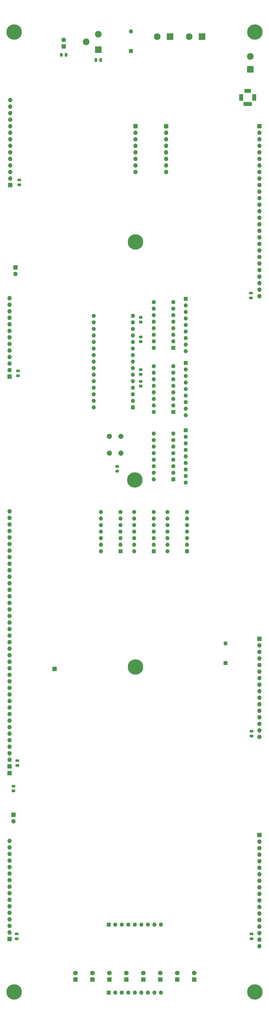
<source format=gbr>
%TF.GenerationSoftware,KiCad,Pcbnew,(5.1.10-1-10_14)*%
%TF.CreationDate,2021-07-31T10:33:50-04:00*%
%TF.ProjectId,bus,6275732e-6b69-4636-9164-5f7063625858,rev?*%
%TF.SameCoordinates,Original*%
%TF.FileFunction,Soldermask,Top*%
%TF.FilePolarity,Negative*%
%FSLAX46Y46*%
G04 Gerber Fmt 4.6, Leading zero omitted, Abs format (unit mm)*
G04 Created by KiCad (PCBNEW (5.1.10-1-10_14)) date 2021-07-31 10:33:50*
%MOMM*%
%LPD*%
G01*
G04 APERTURE LIST*
%ADD10O,1.700000X1.700000*%
%ADD11R,1.700000X1.700000*%
%ADD12O,1.600000X1.600000*%
%ADD13R,1.600000X1.600000*%
%ADD14C,2.000000*%
%ADD15R,2.600000X1.500000*%
%ADD16R,3.300000X1.600000*%
%ADD17R,1.500000X2.600000*%
%ADD18C,0.800000*%
%ADD19C,6.000000*%
%ADD20R,2.600000X2.600000*%
%ADD21C,2.600000*%
%ADD22C,1.800000*%
%ADD23R,1.800000X1.800000*%
G04 APERTURE END LIST*
D10*
%TO.C,J4*%
X192024000Y-762000D03*
X192024000Y1778000D03*
X192024000Y4318000D03*
X192024000Y6858000D03*
X192024000Y9398000D03*
X192024000Y11938000D03*
X192024000Y14478000D03*
X192024000Y17018000D03*
X192024000Y19558000D03*
X192024000Y22098000D03*
X192024000Y24638000D03*
X192024000Y27178000D03*
X192024000Y29718000D03*
X192024000Y32258000D03*
X192024000Y34798000D03*
X192024000Y37338000D03*
X192024000Y39878000D03*
X192024000Y42418000D03*
X192024000Y44958000D03*
X192024000Y47498000D03*
X192024000Y50038000D03*
X192024000Y52578000D03*
X192024000Y55118000D03*
X192024000Y57658000D03*
X192024000Y60198000D03*
X192024000Y62738000D03*
D11*
X192024000Y65278000D03*
%TD*%
%TO.C,R6*%
G36*
G01*
X146246001Y-17126000D02*
X145345999Y-17126000D01*
G75*
G02*
X145096000Y-16876001I0J249999D01*
G01*
X145096000Y-16350999D01*
G75*
G02*
X145345999Y-16101000I249999J0D01*
G01*
X146246001Y-16101000D01*
G75*
G02*
X146496000Y-16350999I0J-249999D01*
G01*
X146496000Y-16876001D01*
G75*
G02*
X146246001Y-17126000I-249999J0D01*
G01*
G37*
G36*
G01*
X146246001Y-18951000D02*
X145345999Y-18951000D01*
G75*
G02*
X145096000Y-18701001I0J249999D01*
G01*
X145096000Y-18175999D01*
G75*
G02*
X145345999Y-17926000I249999J0D01*
G01*
X146246001Y-17926000D01*
G75*
G02*
X146496000Y-18175999I0J-249999D01*
G01*
X146496000Y-18701001D01*
G75*
G02*
X146246001Y-18951000I-249999J0D01*
G01*
G37*
%TD*%
D12*
%TO.C,U6*%
X150876000Y-20828000D03*
X158496000Y-3048000D03*
X150876000Y-18288000D03*
X158496000Y-5588000D03*
X150876000Y-15748000D03*
X158496000Y-8128000D03*
X150876000Y-13208000D03*
X158496000Y-10668000D03*
X150876000Y-10668000D03*
X158496000Y-13208000D03*
X150876000Y-8128000D03*
X158496000Y-15748000D03*
X150876000Y-5588000D03*
X158496000Y-18288000D03*
X150876000Y-3048000D03*
D13*
X158496000Y-20828000D03*
%TD*%
D12*
%TO.C,U5*%
X150876000Y-45720000D03*
X158496000Y-27940000D03*
X150876000Y-43180000D03*
X158496000Y-30480000D03*
X150876000Y-40640000D03*
X158496000Y-33020000D03*
X150876000Y-38100000D03*
X158496000Y-35560000D03*
X150876000Y-35560000D03*
X158496000Y-38100000D03*
X150876000Y-33020000D03*
X158496000Y-40640000D03*
X150876000Y-30480000D03*
X158496000Y-43180000D03*
X150876000Y-27940000D03*
D13*
X158496000Y-45720000D03*
%TD*%
D12*
%TO.C,U1*%
X156210000Y-99822000D03*
X163830000Y-84582000D03*
X156210000Y-97282000D03*
X163830000Y-87122000D03*
X156210000Y-94742000D03*
X163830000Y-89662000D03*
X156210000Y-92202000D03*
X163830000Y-92202000D03*
X156210000Y-89662000D03*
X163830000Y-94742000D03*
X156210000Y-87122000D03*
X163830000Y-97282000D03*
X156210000Y-84582000D03*
D13*
X163830000Y-99822000D03*
%TD*%
D12*
%TO.C,RN5*%
X163322000Y-22098000D03*
X163322000Y-19558000D03*
X163322000Y-17018000D03*
X163322000Y-14478000D03*
X163322000Y-11938000D03*
X163322000Y-9398000D03*
X163322000Y-6858000D03*
X163322000Y-4318000D03*
D13*
X163322000Y-1778000D03*
%TD*%
D12*
%TO.C,RN4*%
X163322000Y-46990000D03*
X163322000Y-44450000D03*
X163322000Y-41910000D03*
X163322000Y-39370000D03*
X163322000Y-36830000D03*
X163322000Y-34290000D03*
X163322000Y-31750000D03*
X163322000Y-29210000D03*
D13*
X163322000Y-26670000D03*
%TD*%
D12*
%TO.C,RN3*%
X163322000Y-73152000D03*
X163322000Y-70612000D03*
X163322000Y-68072000D03*
X163322000Y-65532000D03*
X163322000Y-62992000D03*
X163322000Y-60452000D03*
X163322000Y-57912000D03*
X163322000Y-55372000D03*
D13*
X163322000Y-52832000D03*
%TD*%
D10*
%TO.C,J10*%
X192024000Y-253238000D03*
X192024000Y-250698000D03*
X192024000Y-248158000D03*
X192024000Y-245618000D03*
X192024000Y-243078000D03*
X192024000Y-240538000D03*
X192024000Y-237998000D03*
X192024000Y-235458000D03*
X192024000Y-232918000D03*
X192024000Y-230378000D03*
X192024000Y-227838000D03*
X192024000Y-225298000D03*
X192024000Y-222758000D03*
X192024000Y-220218000D03*
X192024000Y-217678000D03*
X192024000Y-215138000D03*
X192024000Y-212598000D03*
D11*
X192024000Y-210058000D03*
%TD*%
D10*
%TO.C,J19*%
X143764000Y47498000D03*
X143764000Y50038000D03*
X143764000Y52578000D03*
X143764000Y55118000D03*
X143764000Y57658000D03*
X143764000Y60198000D03*
X143764000Y62738000D03*
D11*
X143764000Y65278000D03*
%TD*%
D12*
%TO.C,SW3*%
X178816000Y-135636000D03*
D13*
X178816000Y-143256000D03*
%TD*%
%TO.C,R7*%
G36*
G01*
X146246001Y-9506000D02*
X145345999Y-9506000D01*
G75*
G02*
X145096000Y-9256001I0J249999D01*
G01*
X145096000Y-8730999D01*
G75*
G02*
X145345999Y-8481000I249999J0D01*
G01*
X146246001Y-8481000D01*
G75*
G02*
X146496000Y-8730999I0J-249999D01*
G01*
X146496000Y-9256001D01*
G75*
G02*
X146246001Y-9506000I-249999J0D01*
G01*
G37*
G36*
G01*
X146246001Y-11331000D02*
X145345999Y-11331000D01*
G75*
G02*
X145096000Y-11081001I0J249999D01*
G01*
X145096000Y-10555999D01*
G75*
G02*
X145345999Y-10306000I249999J0D01*
G01*
X146246001Y-10306000D01*
G75*
G02*
X146496000Y-10555999I0J-249999D01*
G01*
X146496000Y-11081001D01*
G75*
G02*
X146246001Y-11331000I-249999J0D01*
G01*
G37*
%TD*%
D11*
%TO.C,J18*%
X112268000Y-145542000D03*
%TD*%
D12*
%TO.C,U4*%
X150876000Y-71882000D03*
X158496000Y-54102000D03*
X150876000Y-69342000D03*
X158496000Y-56642000D03*
X150876000Y-66802000D03*
X158496000Y-59182000D03*
X150876000Y-64262000D03*
X158496000Y-61722000D03*
X150876000Y-61722000D03*
X158496000Y-64262000D03*
X150876000Y-59182000D03*
X158496000Y-66802000D03*
X150876000Y-56642000D03*
X158496000Y-69342000D03*
X150876000Y-54102000D03*
D13*
X158496000Y-71882000D03*
%TD*%
D12*
%TO.C,U3*%
X143256000Y-99822000D03*
X150876000Y-84582000D03*
X143256000Y-97282000D03*
X150876000Y-87122000D03*
X143256000Y-94742000D03*
X150876000Y-89662000D03*
X143256000Y-92202000D03*
X150876000Y-92202000D03*
X143256000Y-89662000D03*
X150876000Y-94742000D03*
X143256000Y-87122000D03*
X150876000Y-97282000D03*
X143256000Y-84582000D03*
D13*
X150876000Y-99822000D03*
%TD*%
D12*
%TO.C,U2*%
X130302000Y-99822000D03*
X137922000Y-84582000D03*
X130302000Y-97282000D03*
X137922000Y-87122000D03*
X130302000Y-94742000D03*
X137922000Y-89662000D03*
X130302000Y-92202000D03*
X137922000Y-92202000D03*
X130302000Y-89662000D03*
X137922000Y-94742000D03*
X130302000Y-87122000D03*
X137922000Y-97282000D03*
X130302000Y-84582000D03*
D13*
X137922000Y-99822000D03*
%TD*%
D14*
%TO.C,SW2*%
X133604000Y-55222000D03*
X138104000Y-55222000D03*
X133604000Y-61722000D03*
X138104000Y-61722000D03*
%TD*%
%TO.C,R5*%
G36*
G01*
X95815999Y-192424000D02*
X96716001Y-192424000D01*
G75*
G02*
X96966000Y-192673999I0J-249999D01*
G01*
X96966000Y-193199001D01*
G75*
G02*
X96716001Y-193449000I-249999J0D01*
G01*
X95815999Y-193449000D01*
G75*
G02*
X95566000Y-193199001I0J249999D01*
G01*
X95566000Y-192673999D01*
G75*
G02*
X95815999Y-192424000I249999J0D01*
G01*
G37*
G36*
G01*
X95815999Y-190599000D02*
X96716001Y-190599000D01*
G75*
G02*
X96966000Y-190848999I0J-249999D01*
G01*
X96966000Y-191374001D01*
G75*
G02*
X96716001Y-191624000I-249999J0D01*
G01*
X95815999Y-191624000D01*
G75*
G02*
X95566000Y-191374001I0J249999D01*
G01*
X95566000Y-190848999D01*
G75*
G02*
X95815999Y-190599000I249999J0D01*
G01*
G37*
%TD*%
%TO.C,R4*%
G36*
G01*
X146246001Y-29826000D02*
X145345999Y-29826000D01*
G75*
G02*
X145096000Y-29576001I0J249999D01*
G01*
X145096000Y-29050999D01*
G75*
G02*
X145345999Y-28801000I249999J0D01*
G01*
X146246001Y-28801000D01*
G75*
G02*
X146496000Y-29050999I0J-249999D01*
G01*
X146496000Y-29576001D01*
G75*
G02*
X146246001Y-29826000I-249999J0D01*
G01*
G37*
G36*
G01*
X146246001Y-31651000D02*
X145345999Y-31651000D01*
G75*
G02*
X145096000Y-31401001I0J249999D01*
G01*
X145096000Y-30875999D01*
G75*
G02*
X145345999Y-30626000I249999J0D01*
G01*
X146246001Y-30626000D01*
G75*
G02*
X146496000Y-30875999I0J-249999D01*
G01*
X146496000Y-31401001D01*
G75*
G02*
X146246001Y-31651000I-249999J0D01*
G01*
G37*
%TD*%
%TO.C,R3*%
G36*
G01*
X145345999Y-35198000D02*
X146246001Y-35198000D01*
G75*
G02*
X146496000Y-35447999I0J-249999D01*
G01*
X146496000Y-35973001D01*
G75*
G02*
X146246001Y-36223000I-249999J0D01*
G01*
X145345999Y-36223000D01*
G75*
G02*
X145096000Y-35973001I0J249999D01*
G01*
X145096000Y-35447999D01*
G75*
G02*
X145345999Y-35198000I249999J0D01*
G01*
G37*
G36*
G01*
X145345999Y-33373000D02*
X146246001Y-33373000D01*
G75*
G02*
X146496000Y-33622999I0J-249999D01*
G01*
X146496000Y-34148001D01*
G75*
G02*
X146246001Y-34398000I-249999J0D01*
G01*
X145345999Y-34398000D01*
G75*
G02*
X145096000Y-34148001I0J249999D01*
G01*
X145096000Y-33622999D01*
G75*
G02*
X145345999Y-33373000I249999J0D01*
G01*
G37*
%TD*%
%TO.C,R2*%
G36*
G01*
X137102001Y-67418000D02*
X136201999Y-67418000D01*
G75*
G02*
X135952000Y-67168001I0J249999D01*
G01*
X135952000Y-66642999D01*
G75*
G02*
X136201999Y-66393000I249999J0D01*
G01*
X137102001Y-66393000D01*
G75*
G02*
X137352000Y-66642999I0J-249999D01*
G01*
X137352000Y-67168001D01*
G75*
G02*
X137102001Y-67418000I-249999J0D01*
G01*
G37*
G36*
G01*
X137102001Y-69243000D02*
X136201999Y-69243000D01*
G75*
G02*
X135952000Y-68993001I0J249999D01*
G01*
X135952000Y-68467999D01*
G75*
G02*
X136201999Y-68218000I249999J0D01*
G01*
X137102001Y-68218000D01*
G75*
G02*
X137352000Y-68467999I0J-249999D01*
G01*
X137352000Y-68993001D01*
G75*
G02*
X137102001Y-69243000I-249999J0D01*
G01*
G37*
%TD*%
D11*
%TO.C,J17*%
X94740000Y-186030000D03*
%TD*%
D12*
%TO.C,A1*%
X127508000Y-8382000D03*
X142748000Y-8382000D03*
X127508000Y-43942000D03*
X142748000Y-10922000D03*
X127508000Y-41402000D03*
X142748000Y-13462000D03*
X127508000Y-38862000D03*
X142748000Y-16002000D03*
X127508000Y-36322000D03*
X142748000Y-18542000D03*
X127508000Y-33782000D03*
X142748000Y-21082000D03*
X127508000Y-31242000D03*
X142748000Y-23622000D03*
X127508000Y-28702000D03*
X142748000Y-26162000D03*
X127508000Y-26162000D03*
X142748000Y-28702000D03*
X127508000Y-23622000D03*
X142748000Y-31242000D03*
X127508000Y-21082000D03*
X142748000Y-33782000D03*
X127508000Y-18542000D03*
X142748000Y-36322000D03*
X127508000Y-16002000D03*
X142748000Y-38862000D03*
X127508000Y-13462000D03*
X142748000Y-41402000D03*
X127508000Y-10922000D03*
D13*
X142748000Y-43942000D03*
%TD*%
D10*
%TO.C,J16*%
X97028000Y7874000D03*
D11*
X97028000Y10414000D03*
%TD*%
D10*
%TO.C,J8*%
X96266000Y-204724000D03*
D11*
X96266000Y-202184000D03*
%TD*%
D15*
%TO.C,J6*%
X187452000Y78994000D03*
D16*
X187452000Y73914000D03*
D17*
X184912000Y76454000D03*
X189992000Y76454000D03*
%TD*%
D10*
%TO.C,J3*%
X94742000Y-84328000D03*
X94742000Y-86868000D03*
X94742000Y-89408000D03*
X94742000Y-91948000D03*
X94742000Y-94488000D03*
X94742000Y-97028000D03*
X94742000Y-99568000D03*
X94742000Y-102108000D03*
X94742000Y-104648000D03*
X94742000Y-107188000D03*
X94742000Y-109728000D03*
X94742000Y-112268000D03*
X94742000Y-114808000D03*
X94742000Y-117348000D03*
X94742000Y-119888000D03*
X94742000Y-122428000D03*
X94742000Y-124968000D03*
X94742000Y-127508000D03*
X94742000Y-130048000D03*
X94742000Y-132588000D03*
X94742000Y-135128000D03*
X94742000Y-137668000D03*
X94742000Y-140208000D03*
X94742000Y-142748000D03*
X94742000Y-145288000D03*
X94742000Y-147828000D03*
X94742000Y-150368000D03*
X94742000Y-152908000D03*
X94742000Y-155448000D03*
X94742000Y-157988000D03*
X94742000Y-160528000D03*
X94742000Y-163068000D03*
X94742000Y-165608000D03*
X94742000Y-168148000D03*
X94742000Y-170688000D03*
X94742000Y-173228000D03*
X94742000Y-175768000D03*
X94742000Y-178308000D03*
X94742000Y-180848000D03*
D11*
X94742000Y-183388000D03*
%TD*%
D18*
%TO.C,REF\u002A\u002A*%
X145354990Y21910990D03*
X143764000Y22570000D03*
X142173010Y21910990D03*
X141514000Y20320000D03*
X142173010Y18729010D03*
X143764000Y18070000D03*
X145354990Y18729010D03*
X146014000Y20320000D03*
D19*
X143764000Y20320000D03*
%TD*%
D10*
%TO.C,J9*%
X155702000Y47498000D03*
X155702000Y50038000D03*
X155702000Y52578000D03*
X155702000Y55118000D03*
X155702000Y57658000D03*
X155702000Y60198000D03*
X155702000Y62738000D03*
D11*
X155702000Y65278000D03*
%TD*%
D20*
%TO.C,J5*%
X188468000Y87376000D03*
D21*
X188468000Y92376000D03*
%TD*%
D12*
%TO.C,RN2*%
X153670000Y-244856000D03*
X151130000Y-244856000D03*
X148590000Y-244856000D03*
X146050000Y-244856000D03*
X143510000Y-244856000D03*
X140970000Y-244856000D03*
X138430000Y-244856000D03*
X135890000Y-244856000D03*
D13*
X133350000Y-244856000D03*
%TD*%
%TO.C,C9*%
G36*
G01*
X189451000Y-248978000D02*
X188501000Y-248978000D01*
G75*
G02*
X188251000Y-248728000I0J250000D01*
G01*
X188251000Y-248228000D01*
G75*
G02*
X188501000Y-247978000I250000J0D01*
G01*
X189451000Y-247978000D01*
G75*
G02*
X189701000Y-248228000I0J-250000D01*
G01*
X189701000Y-248728000D01*
G75*
G02*
X189451000Y-248978000I-250000J0D01*
G01*
G37*
G36*
G01*
X189451000Y-250878000D02*
X188501000Y-250878000D01*
G75*
G02*
X188251000Y-250628000I0J250000D01*
G01*
X188251000Y-250128000D01*
G75*
G02*
X188501000Y-249878000I250000J0D01*
G01*
X189451000Y-249878000D01*
G75*
G02*
X189701000Y-250128000I0J-250000D01*
G01*
X189701000Y-250628000D01*
G75*
G02*
X189451000Y-250878000I-250000J0D01*
G01*
G37*
%TD*%
%TO.C,C8*%
G36*
G01*
X189451000Y-170238000D02*
X188501000Y-170238000D01*
G75*
G02*
X188251000Y-169988000I0J250000D01*
G01*
X188251000Y-169488000D01*
G75*
G02*
X188501000Y-169238000I250000J0D01*
G01*
X189451000Y-169238000D01*
G75*
G02*
X189701000Y-169488000I0J-250000D01*
G01*
X189701000Y-169988000D01*
G75*
G02*
X189451000Y-170238000I-250000J0D01*
G01*
G37*
G36*
G01*
X189451000Y-172138000D02*
X188501000Y-172138000D01*
G75*
G02*
X188251000Y-171888000I0J250000D01*
G01*
X188251000Y-171388000D01*
G75*
G02*
X188501000Y-171138000I250000J0D01*
G01*
X189451000Y-171138000D01*
G75*
G02*
X189701000Y-171388000I0J-250000D01*
G01*
X189701000Y-171888000D01*
G75*
G02*
X189451000Y-172138000I-250000J0D01*
G01*
G37*
%TD*%
%TO.C,C6*%
G36*
G01*
X188247000Y-958000D02*
X189197000Y-958000D01*
G75*
G02*
X189447000Y-1208000I0J-250000D01*
G01*
X189447000Y-1708000D01*
G75*
G02*
X189197000Y-1958000I-250000J0D01*
G01*
X188247000Y-1958000D01*
G75*
G02*
X187997000Y-1708000I0J250000D01*
G01*
X187997000Y-1208000D01*
G75*
G02*
X188247000Y-958000I250000J0D01*
G01*
G37*
G36*
G01*
X188247000Y942000D02*
X189197000Y942000D01*
G75*
G02*
X189447000Y692000I0J-250000D01*
G01*
X189447000Y192000D01*
G75*
G02*
X189197000Y-58000I-250000J0D01*
G01*
X188247000Y-58000D01*
G75*
G02*
X187997000Y192000I0J250000D01*
G01*
X187997000Y692000D01*
G75*
G02*
X188247000Y942000I250000J0D01*
G01*
G37*
%TD*%
%TO.C,C4*%
G36*
G01*
X97315000Y-182568000D02*
X98265000Y-182568000D01*
G75*
G02*
X98515000Y-182818000I0J-250000D01*
G01*
X98515000Y-183318000D01*
G75*
G02*
X98265000Y-183568000I-250000J0D01*
G01*
X97315000Y-183568000D01*
G75*
G02*
X97065000Y-183318000I0J250000D01*
G01*
X97065000Y-182818000D01*
G75*
G02*
X97315000Y-182568000I250000J0D01*
G01*
G37*
G36*
G01*
X97315000Y-180668000D02*
X98265000Y-180668000D01*
G75*
G02*
X98515000Y-180918000I0J-250000D01*
G01*
X98515000Y-181418000D01*
G75*
G02*
X98265000Y-181668000I-250000J0D01*
G01*
X97315000Y-181668000D01*
G75*
G02*
X97065000Y-181418000I0J250000D01*
G01*
X97065000Y-180918000D01*
G75*
G02*
X97315000Y-180668000I250000J0D01*
G01*
G37*
%TD*%
%TO.C,C3*%
G36*
G01*
X98011000Y-248978000D02*
X97061000Y-248978000D01*
G75*
G02*
X96811000Y-248728000I0J250000D01*
G01*
X96811000Y-248228000D01*
G75*
G02*
X97061000Y-247978000I250000J0D01*
G01*
X98011000Y-247978000D01*
G75*
G02*
X98261000Y-248228000I0J-250000D01*
G01*
X98261000Y-248728000D01*
G75*
G02*
X98011000Y-248978000I-250000J0D01*
G01*
G37*
G36*
G01*
X98011000Y-250878000D02*
X97061000Y-250878000D01*
G75*
G02*
X96811000Y-250628000I0J250000D01*
G01*
X96811000Y-250128000D01*
G75*
G02*
X97061000Y-249878000I250000J0D01*
G01*
X98011000Y-249878000D01*
G75*
G02*
X98261000Y-250128000I0J-250000D01*
G01*
X98261000Y-250628000D01*
G75*
G02*
X98011000Y-250878000I-250000J0D01*
G01*
G37*
%TD*%
%TO.C,C2*%
G36*
G01*
X97569000Y-31184000D02*
X98519000Y-31184000D01*
G75*
G02*
X98769000Y-31434000I0J-250000D01*
G01*
X98769000Y-31934000D01*
G75*
G02*
X98519000Y-32184000I-250000J0D01*
G01*
X97569000Y-32184000D01*
G75*
G02*
X97319000Y-31934000I0J250000D01*
G01*
X97319000Y-31434000D01*
G75*
G02*
X97569000Y-31184000I250000J0D01*
G01*
G37*
G36*
G01*
X97569000Y-29284000D02*
X98519000Y-29284000D01*
G75*
G02*
X98769000Y-29534000I0J-250000D01*
G01*
X98769000Y-30034000D01*
G75*
G02*
X98519000Y-30284000I-250000J0D01*
G01*
X97569000Y-30284000D01*
G75*
G02*
X97319000Y-30034000I0J250000D01*
G01*
X97319000Y-29534000D01*
G75*
G02*
X97569000Y-29284000I250000J0D01*
G01*
G37*
%TD*%
%TO.C,C1*%
G36*
G01*
X98077000Y42984000D02*
X99027000Y42984000D01*
G75*
G02*
X99277000Y42734000I0J-250000D01*
G01*
X99277000Y42234000D01*
G75*
G02*
X99027000Y41984000I-250000J0D01*
G01*
X98077000Y41984000D01*
G75*
G02*
X97827000Y42234000I0J250000D01*
G01*
X97827000Y42734000D01*
G75*
G02*
X98077000Y42984000I250000J0D01*
G01*
G37*
G36*
G01*
X98077000Y44884000D02*
X99027000Y44884000D01*
G75*
G02*
X99277000Y44634000I0J-250000D01*
G01*
X99277000Y44134000D01*
G75*
G02*
X99027000Y43884000I-250000J0D01*
G01*
X98077000Y43884000D01*
G75*
G02*
X97827000Y44134000I0J250000D01*
G01*
X97827000Y44634000D01*
G75*
G02*
X98077000Y44884000I250000J0D01*
G01*
G37*
%TD*%
D12*
%TO.C,SW1*%
X141986000Y102108000D03*
D13*
X141986000Y94488000D03*
%TD*%
%TO.C,R1*%
G36*
G01*
X116224000Y92513999D02*
X116224000Y93414001D01*
G75*
G02*
X116473999Y93664000I249999J0D01*
G01*
X116999001Y93664000D01*
G75*
G02*
X117249000Y93414001I0J-249999D01*
G01*
X117249000Y92513999D01*
G75*
G02*
X116999001Y92264000I-249999J0D01*
G01*
X116473999Y92264000D01*
G75*
G02*
X116224000Y92513999I0J249999D01*
G01*
G37*
G36*
G01*
X114399000Y92513999D02*
X114399000Y93414001D01*
G75*
G02*
X114648999Y93664000I249999J0D01*
G01*
X115174001Y93664000D01*
G75*
G02*
X115424000Y93414001I0J-249999D01*
G01*
X115424000Y92513999D01*
G75*
G02*
X115174001Y92264000I-249999J0D01*
G01*
X114648999Y92264000D01*
G75*
G02*
X114399000Y92513999I0J249999D01*
G01*
G37*
%TD*%
D22*
%TO.C,D9*%
X115824000Y98806000D03*
D23*
X115824000Y96266000D03*
%TD*%
D20*
%TO.C,J12*%
X169672000Y100076000D03*
D21*
X164672000Y100076000D03*
%TD*%
D20*
%TO.C,J11*%
X157226000Y100076000D03*
D21*
X152226000Y100076000D03*
%TD*%
D10*
%TO.C,J2*%
X94996000Y75438000D03*
X94996000Y72898000D03*
X94996000Y70358000D03*
X94996000Y67818000D03*
X94996000Y65278000D03*
X94996000Y62738000D03*
X94996000Y60198000D03*
X94996000Y57658000D03*
X94996000Y55118000D03*
X94996000Y52578000D03*
X94996000Y50038000D03*
X94996000Y47498000D03*
X94996000Y44958000D03*
D11*
X94996000Y42418000D03*
%TD*%
D21*
%TO.C,J1*%
X124586000Y97996000D03*
X129286000Y100996000D03*
D20*
X129286000Y94996000D03*
%TD*%
D10*
%TO.C,J7*%
X94742000Y-1524000D03*
X94742000Y-4064000D03*
X94742000Y-6604000D03*
X94742000Y-9144000D03*
X94742000Y-11684000D03*
X94742000Y-14224000D03*
X94742000Y-16764000D03*
X94742000Y-19304000D03*
X94742000Y-21844000D03*
X94742000Y-24384000D03*
X94742000Y-26924000D03*
X94742000Y-29464000D03*
D11*
X94742000Y-32004000D03*
%TD*%
D12*
%TO.C,RN1*%
X153670000Y-271272000D03*
X151130000Y-271272000D03*
X148590000Y-271272000D03*
X146050000Y-271272000D03*
X143510000Y-271272000D03*
X140970000Y-271272000D03*
X138430000Y-271272000D03*
X135890000Y-271272000D03*
D13*
X133350000Y-271272000D03*
%TD*%
D22*
%TO.C,D8*%
X120396000Y-263652000D03*
D23*
X120396000Y-266192000D03*
%TD*%
D22*
%TO.C,D7*%
X127000000Y-263652000D03*
D23*
X127000000Y-266192000D03*
%TD*%
D22*
%TO.C,D6*%
X133604000Y-263652000D03*
D23*
X133604000Y-266192000D03*
%TD*%
D22*
%TO.C,D5*%
X140208000Y-263652000D03*
D23*
X140208000Y-266192000D03*
%TD*%
D22*
%TO.C,D4*%
X146812000Y-263652000D03*
D23*
X146812000Y-266192000D03*
%TD*%
D22*
%TO.C,D3*%
X153416000Y-263652000D03*
D23*
X153416000Y-266192000D03*
%TD*%
D22*
%TO.C,D2*%
X160020000Y-263652000D03*
D23*
X160020000Y-266192000D03*
%TD*%
D22*
%TO.C,D1*%
X166624000Y-263652000D03*
D23*
X166624000Y-266192000D03*
%TD*%
D10*
%TO.C,J15*%
X192024000Y-171958000D03*
X192024000Y-169418000D03*
X192024000Y-166878000D03*
X192024000Y-164338000D03*
X192024000Y-161798000D03*
X192024000Y-159258000D03*
X192024000Y-156718000D03*
X192024000Y-154178000D03*
X192024000Y-151638000D03*
X192024000Y-149098000D03*
X192024000Y-146558000D03*
X192024000Y-144018000D03*
X192024000Y-141478000D03*
X192024000Y-138938000D03*
X192024000Y-136398000D03*
D11*
X192024000Y-133858000D03*
%TD*%
D10*
%TO.C,J14*%
X94742000Y-212344000D03*
X94742000Y-214884000D03*
X94742000Y-217424000D03*
X94742000Y-219964000D03*
X94742000Y-222504000D03*
X94742000Y-225044000D03*
X94742000Y-227584000D03*
X94742000Y-230124000D03*
X94742000Y-232664000D03*
X94742000Y-235204000D03*
X94742000Y-237744000D03*
X94742000Y-240284000D03*
X94742000Y-242824000D03*
X94742000Y-245364000D03*
X94742000Y-247904000D03*
D11*
X94742000Y-250444000D03*
%TD*%
D19*
%TO.C,REF\u002A\u002A*%
X143510000Y-72136000D03*
D18*
X145760000Y-72136000D03*
X145100990Y-73726990D03*
X143510000Y-74386000D03*
X141919010Y-73726990D03*
X141260000Y-72136000D03*
X141919010Y-70545010D03*
X143510000Y-69886000D03*
X145100990Y-70545010D03*
%TD*%
%TO.C,REF\u002A\u002A*%
X145354990Y-143189010D03*
X143764000Y-142530000D03*
X142173010Y-143189010D03*
X141514000Y-144780000D03*
X142173010Y-146370990D03*
X143764000Y-147030000D03*
X145354990Y-146370990D03*
X146014000Y-144780000D03*
D19*
X143764000Y-144780000D03*
%TD*%
D18*
%TO.C,REF\u002A\u002A*%
X191836990Y-269427010D03*
X190246000Y-268768000D03*
X188655010Y-269427010D03*
X187996000Y-271018000D03*
X188655010Y-272608990D03*
X190246000Y-273268000D03*
X191836990Y-272608990D03*
X192496000Y-271018000D03*
D19*
X190246000Y-271018000D03*
%TD*%
%TO.C,REF\u002A\u002A*%
X96520000Y-271018000D03*
D18*
X98770000Y-271018000D03*
X98110990Y-272608990D03*
X96520000Y-273268000D03*
X94929010Y-272608990D03*
X94270000Y-271018000D03*
X94929010Y-269427010D03*
X96520000Y-268768000D03*
X98110990Y-269427010D03*
%TD*%
D19*
%TO.C,REF\u002A\u002A*%
X190246000Y101854000D03*
D18*
X192496000Y101854000D03*
X191836990Y100263010D03*
X190246000Y99604000D03*
X188655010Y100263010D03*
X187996000Y101854000D03*
X188655010Y103444990D03*
X190246000Y104104000D03*
X191836990Y103444990D03*
%TD*%
%TO.C,REF\u002A\u002A*%
X98110990Y103444990D03*
X96520000Y104104000D03*
X94929010Y103444990D03*
X94270000Y101854000D03*
X94929010Y100263010D03*
X96520000Y99604000D03*
X98110990Y100263010D03*
X98770000Y101854000D03*
D19*
X96520000Y101854000D03*
%TD*%
%TO.C,C5*%
G36*
G01*
X128836000Y91407000D02*
X128836000Y90457000D01*
G75*
G02*
X128586000Y90207000I-250000J0D01*
G01*
X128086000Y90207000D01*
G75*
G02*
X127836000Y90457000I0J250000D01*
G01*
X127836000Y91407000D01*
G75*
G02*
X128086000Y91657000I250000J0D01*
G01*
X128586000Y91657000D01*
G75*
G02*
X128836000Y91407000I0J-250000D01*
G01*
G37*
G36*
G01*
X130736000Y91407000D02*
X130736000Y90457000D01*
G75*
G02*
X130486000Y90207000I-250000J0D01*
G01*
X129986000Y90207000D01*
G75*
G02*
X129736000Y90457000I0J250000D01*
G01*
X129736000Y91407000D01*
G75*
G02*
X129986000Y91657000I250000J0D01*
G01*
X130486000Y91657000D01*
G75*
G02*
X130736000Y91407000I0J-250000D01*
G01*
G37*
%TD*%
M02*

</source>
